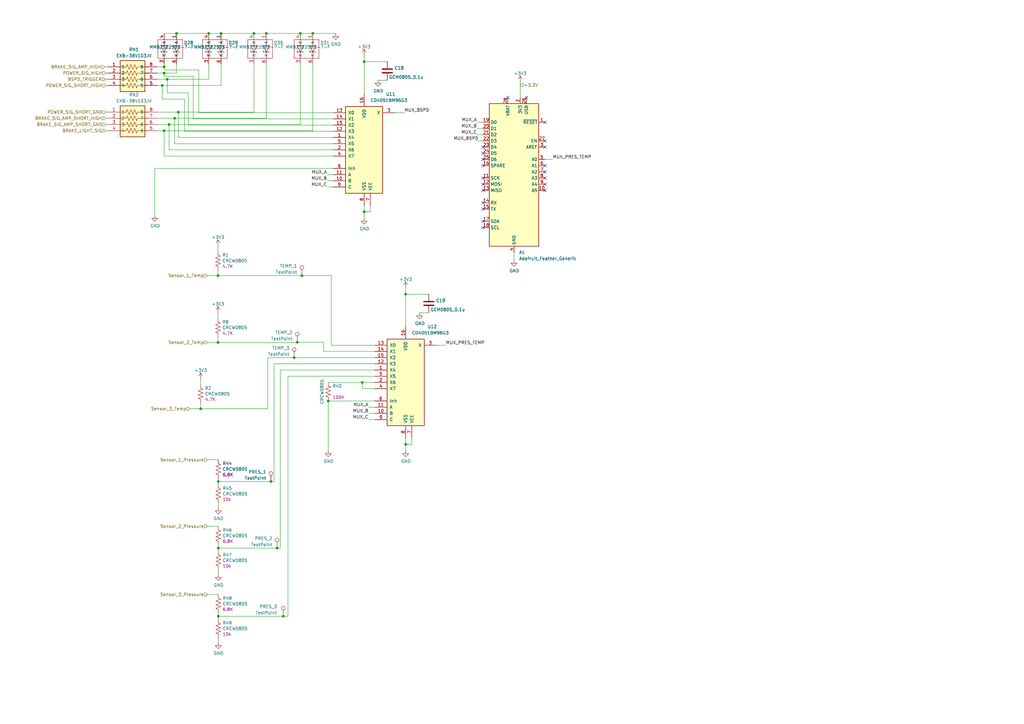
<source format=kicad_sch>
(kicad_sch (version 20231120) (generator "eeschema") (generator_version "8.0")
  (paper "A3")
  (lib_symbols
    (symbol "Connector:TestPoint" (pin_numbers hide) (pin_names (offset 0.762) hide)
      (property "Reference" "TP" (at 0 6.858 0))
      (property "Value" "TestPoint" (at 0 5.08 0))
      (symbol "TestPoint_0_1"
        (circle (center 0 3.302) (radius 0.762))
      )
      (symbol "TestPoint_1_1"
        (pin passive line (at 0 0 90) (length 2.54) (name "1") (number "1"))
      )
    )
    (symbol "GCM0805_0.1u_1" (pin_numbers hide) (pin_names (offset 0.254))
      (property "Reference" "C" (at 0.635 2.54 0))
      (property "Value" "GCM0805_0.1u_1" (at 0.635 -2.54 0))
      (symbol "GCM0805_0.1u_1_0_1"
        (polyline (pts (xy -2.032 -0.762) (xy 2.032 -0.762)) (stroke (width 0.508)))
        (polyline (pts (xy -2.032 0.762) (xy 2.032 0.762)) (stroke (width 0.508)))
      )
      (symbol "GCM0805_0.1u_1_1_1"
        (pin passive line (at 0 3.81 270) (length 2.794) (name "~") (number "1"))
        (pin passive line (at 0 -3.81 90) (length 2.794) (name "~") (number "2"))
      )
    )
    (symbol "MCU_Module:Adafruit_Feather_Generic"
      (property "Reference" "A" (at -10.16 29.21 0))
      (property "Value" "Adafruit_Feather_Generic" (at 2.54 -31.75 0))
      (symbol "Adafruit_Feather_Generic_0_1"
        (rectangle (start -10.16 27.94) (end 10.16 -30.48) (stroke (width 0.254)) (fill (type background)))
      )
      (symbol "Adafruit_Feather_Generic_1_1"
        (pin input line (at 12.7 20.32 180) (length 2.54) (name "~{RESET}") (number "1"))
        (pin bidirectional line (at 12.7 -7.62 180) (length 2.54) (name "A5") (number "10"))
        (pin bidirectional line (at -12.7 -2.54 0) (length 2.54) (name "SCK") (number "11"))
        (pin bidirectional line (at -12.7 -5.08 0) (length 2.54) (name "MOSI") (number "12"))
        (pin bidirectional line (at -12.7 -7.62 0) (length 2.54) (name "MISO") (number "13"))
        (pin bidirectional line (at -12.7 -12.7 0) (length 2.54) (name "RX") (number "14"))
        (pin bidirectional line (at -12.7 -15.24 0) (length 2.54) (name "TX") (number "15"))
        (pin bidirectional line (at -12.7 2.54 0) (length 2.54) (name "SPARE") (number "16"))
        (pin bidirectional line (at -12.7 -20.32 0) (length 2.54) (name "SDA") (number "17"))
        (pin bidirectional line (at -12.7 -22.86 0) (length 2.54) (name "SCL") (number "18"))
        (pin bidirectional line (at -12.7 20.32 0) (length 2.54) (name "D0") (number "19"))
        (pin power_in line (at 2.54 30.48 270) (length 2.54) (name "3V3") (number "2"))
        (pin bidirectional line (at -12.7 17.78 0) (length 2.54) (name "D1") (number "20"))
        (pin bidirectional line (at -12.7 15.24 0) (length 2.54) (name "D2") (number "21"))
        (pin bidirectional line (at -12.7 12.7 0) (length 2.54) (name "D3") (number "22"))
        (pin bidirectional line (at -12.7 10.16 0) (length 2.54) (name "D4") (number "23"))
        (pin bidirectional line (at -12.7 7.62 0) (length 2.54) (name "D5") (number "24"))
        (pin bidirectional line (at -12.7 5.08 0) (length 2.54) (name "D6") (number "25"))
        (pin power_in line (at 5.08 30.48 270) (length 2.54) (name "USB") (number "26"))
        (pin input line (at 12.7 12.7 180) (length 2.54) (name "EN") (number "27"))
        (pin power_in line (at -2.54 30.48 270) (length 2.54) (name "VBAT") (number "28"))
        (pin input line (at 12.7 10.16 180) (length 2.54) (name "AREF") (number "3"))
        (pin power_in line (at 0 -33.02 90) (length 2.54) (name "GND") (number "4"))
        (pin bidirectional line (at 12.7 5.08 180) (length 2.54) (name "A0") (number "5"))
        (pin bidirectional line (at 12.7 2.54 180) (length 2.54) (name "A1") (number "6"))
        (pin bidirectional line (at 12.7 0 180) (length 2.54) (name "A2") (number "7"))
        (pin bidirectional line (at 12.7 -2.54 180) (length 2.54) (name "A3") (number "8"))
        (pin bidirectional line (at 12.7 -5.08 180) (length 2.54) (name "A4") (number "9"))
      )
    )
    (symbol "Safety-Circuit-rescue:CD4051BM96G3-UniSA_Motorsport_Logic" (pin_names (offset 1.016))
      (property "Reference" "U" (at -7.62 19.05 0))
      (property "Value" "CD4051BM96G3-UniSA_Motorsport_Logic" (at -7.62 -19.05 0))
      (symbol "CD4051BM96G3-UniSA_Motorsport_Logic_1_0"
        (pin passive line (at -12.7 5.08 0) (length 5.08) (name "X4") (number "1"))
        (pin input line (at -12.7 -12.7 0) (length 5.08) (name "B") (number "10"))
        (pin input line (at -12.7 -10.16 0) (length 5.08) (name "A") (number "11"))
        (pin passive line (at -12.7 7.62 0) (length 5.08) (name "X3") (number "12"))
        (pin passive line (at -12.7 15.24 0) (length 5.08) (name "X0") (number "13"))
        (pin passive line (at -12.7 12.7 0) (length 5.08) (name "X1") (number "14"))
        (pin passive line (at -12.7 10.16 0) (length 5.08) (name "X2") (number "15"))
        (pin power_in line (at 0 22.86 270) (length 5.08) (name "VDD") (number "16"))
        (pin passive line (at -12.7 0 0) (length 5.08) (name "X6") (number "2"))
        (pin passive line (at 12.7 15.24 180) (length 5.08) (name "X") (number "3"))
        (pin passive line (at -12.7 -2.54 0) (length 5.08) (name "X7") (number "4"))
        (pin passive line (at -12.7 2.54 0) (length 5.08) (name "X5") (number "5"))
        (pin input line (at -12.7 -7.62 0) (length 5.08) (name "Inh") (number "6"))
        (pin power_in line (at 2.54 -22.86 90) (length 5.08) (name "VEE") (number "7"))
        (pin power_in line (at 0 -22.86 90) (length 5.08) (name "VSS") (number "8"))
        (pin input line (at -12.7 -15.24 0) (length 5.08) (name "C") (number "9"))
      )
      (symbol "CD4051BM96G3-UniSA_Motorsport_Logic_1_1"
        (rectangle (start -7.62 17.78) (end 7.62 -17.78) (stroke (width 0.254)) (fill (type background)))
      )
    )
    (symbol "UniSA_Motorsport_Diode:MMBZ5225BS-7-F"
      (property "Reference" "D" (at 0 6.35 0))
      (property "Value" "MMBZ5225BS-7-F" (at 0.762 8.382 0))
      (symbol "MMBZ5225BS-7-F_0_1"
        (rectangle (start -3.81 5.08) (end 3.81 -5.08))
        (polyline (pts (xy -3.81 -2.54) (xy -1.27 -2.54)))
        (polyline (pts (xy -1.27 2.54) (xy -3.81 2.54)))
        (polyline (pts (xy 1.27 -2.54) (xy 3.81 -2.54)))
        (polyline (pts (xy 3.81 2.54) (xy 1.27 2.54)))
        (polyline (pts (xy -1.27 -3.81) (xy -1.27 -1.27) (xy -0.762 -1.27)) (stroke (width 0.2032)))
        (polyline (pts (xy -1.27 1.27) (xy -1.27 3.81) (xy -0.762 3.81)) (stroke (width 0.2032)))
        (polyline (pts (xy 1.27 -3.81) (xy 1.27 -1.27) (xy -1.27 -2.54) (xy 1.27 -3.81)) (stroke (width 0.2032)))
        (polyline (pts (xy 1.27 1.27) (xy 1.27 3.81) (xy -1.27 2.54) (xy 1.27 1.27)) (stroke (width 0.2032)))
      )
      (symbol "MMBZ5225BS-7-F_1_1"
        (pin passive line (at 6.35 -2.54 180) (length 2.54) (name "A") (number "1"))
        (pin passive line (at -6.35 2.54 0) (length 2.54) (name "K") (number "3"))
        (pin passive line (at 6.35 2.54 180) (length 2.54) (name "A") (number "4"))
        (pin passive line (at -6.35 -2.54 0) (length 2.54) (name "K") (number "6"))
      )
    )
    (symbol "UniSA_Motorsport_Resistor:CRCW0805" (pin_numbers hide) (pin_names (offset 0))
      (property "Reference" "R" (at 2.54 0 90))
      (property "Value" "CRCW0805" (at -2.54 0 90))
      (property "Resistance" "Give a E24 value" (at 5.08 0 90))
      (symbol "CRCW0805_0_1"
        (polyline (pts (xy 0 -2.286) (xy 0 -2.54)))
        (polyline (pts (xy 0 2.286) (xy 0 2.54)))
        (polyline (pts (xy 0 -0.762) (xy 1.016 -1.143) (xy 0 -1.524) (xy -1.016 -1.905) (xy 0 -2.286)))
        (polyline (pts (xy 0 0.762) (xy 1.016 0.381) (xy 0 0) (xy -1.016 -0.381) (xy 0 -0.762)))
        (polyline (pts (xy 0 2.286) (xy 1.016 1.905) (xy 0 1.524) (xy -1.016 1.143) (xy 0 0.762)))
      )
      (symbol "CRCW0805_1_1"
        (pin passive line (at 0 3.81 270) (length 1.27) (name "~") (number "1"))
        (pin passive line (at 0 -3.81 90) (length 1.27) (name "~") (number "2"))
      )
    )
    (symbol "UniSA_Motorsport_Resistor:EXB-38V103JV"
      (property "Reference" "RN" (at 7.62 11.43 0))
      (property "Value" "EXB-38V103JV" (at 7.62 8.89 0))
      (symbol "EXB-38V103JV_0_1"
        (polyline (pts (xy -3.81 -3.81) (xy -1.27 -3.81)))
        (polyline (pts (xy -3.81 -1.27) (xy -1.27 -1.27)))
        (polyline (pts (xy -3.81 1.27) (xy -1.27 1.27)))
        (polyline (pts (xy -3.81 3.81) (xy -1.27 3.81)))
        (polyline (pts (xy -1.27 3.81) (xy -1.524 3.81)))
        (polyline (pts (xy 3.302 -3.81) (xy 3.556 -3.81)))
        (polyline (pts (xy 3.302 -1.27) (xy 3.556 -1.27)))
        (polyline (pts (xy 3.302 1.27) (xy 3.556 1.27)))
        (polyline (pts (xy 3.302 3.81) (xy 3.556 3.81)))
        (polyline (pts (xy 3.81 3.81) (xy 7.62 3.81)))
        (polyline (pts (xy 7.62 -3.81) (xy 3.81 -3.81)))
        (polyline (pts (xy 7.62 -1.27) (xy 3.81 -1.27)))
        (polyline (pts (xy 7.62 1.27) (xy 3.81 1.27)))
        (polyline (pts (xy -1.27 -3.81) (xy -0.889 -2.794) (xy -0.508 -3.81) (xy -0.127 -4.826) (xy 0.254 -3.81)))
        (polyline (pts (xy -1.27 -1.27) (xy -0.889 -0.254) (xy -0.508 -1.27) (xy -0.127 -2.286) (xy 0.254 -1.27)))
        (polyline (pts (xy -1.27 1.27) (xy -0.889 2.286) (xy -0.508 1.27) (xy -0.127 0.254) (xy 0.254 1.27)))
        (polyline (pts (xy -1.27 3.81) (xy -0.889 4.826) (xy -0.508 3.81) (xy -0.127 2.794) (xy 0.254 3.81)))
        (polyline (pts (xy 0.254 -3.81) (xy 0.635 -2.794) (xy 1.016 -3.81) (xy 1.397 -4.826) (xy 1.778 -3.81)))
        (polyline (pts (xy 0.254 -1.27) (xy 0.635 -0.254) (xy 1.016 -1.27) (xy 1.397 -2.286) (xy 1.778 -1.27)))
        (polyline (pts (xy 0.254 1.27) (xy 0.635 2.286) (xy 1.016 1.27) (xy 1.397 0.254) (xy 1.778 1.27)))
        (polyline (pts (xy 0.254 3.81) (xy 0.635 4.826) (xy 1.016 3.81) (xy 1.397 2.794) (xy 1.778 3.81)))
        (polyline (pts (xy 1.778 -3.81) (xy 2.159 -2.794) (xy 2.54 -3.81) (xy 2.921 -4.826) (xy 3.302 -3.81)))
        (polyline (pts (xy 1.778 -1.27) (xy 2.159 -0.254) (xy 2.54 -1.27) (xy 2.921 -2.286) (xy 3.302 -1.27)))
        (polyline (pts (xy 1.778 1.27) (xy 2.159 2.286) (xy 2.54 1.27) (xy 2.921 0.254) (xy 3.302 1.27)))
        (polyline (pts (xy 1.778 3.81) (xy 2.159 4.826) (xy 2.54 3.81) (xy 2.921 2.794) (xy 3.302 3.81)))
      )
      (symbol "EXB-38V103JV_1_1"
        (rectangle (start -3.81 6.35) (end 6.35 -6.35) (stroke (width 0.254)) (fill (type background)))
        (pin passive line (at -8.89 3.81 0) (length 5.08) (name "1") (number "1"))
        (pin passive line (at -8.89 1.27 0) (length 5.08) (name "2") (number "2"))
        (pin passive line (at -8.89 -1.27 0) (length 5.08) (name "3") (number "3"))
        (pin passive line (at -8.89 -3.81 0) (length 5.08) (name "4") (number "4"))
        (pin passive line (at 11.43 -3.81 180) (length 5.08) (name "5") (number "5"))
        (pin passive line (at 11.43 -1.27 180) (length 5.08) (name "6") (number "6"))
        (pin passive line (at 11.43 1.27 180) (length 5.08) (name "7") (number "7"))
        (pin passive line (at 11.43 3.81 180) (length 5.08) (name "8") (number "8"))
      )
    )
    (symbol "power:+3.3V" (power) (pin_names (offset 0))
      (property "Value" "+3.3V" (at 0 3.556 0))
      (symbol "+3.3V_0_1"
        (polyline (pts (xy -0.762 1.27) (xy 0 2.54)))
        (polyline (pts (xy 0 0) (xy 0 2.54)))
        (polyline (pts (xy 0 2.54) (xy 0.762 1.27)))
      )
      (symbol "+3.3V_1_1"
        (pin power_in line (at 0 0 90) (length 0) hide (name "+3V3") (number "1"))
      )
    )
    (symbol "power:GND" (power) (pin_names (offset 0))
      (property "Value" "GND" (at 0 -3.81 0))
      (symbol "GND_0_1"
        (polyline (pts (xy 0 0) (xy 0 -1.27) (xy 1.27 -1.27) (xy 0 -2.54) (xy -1.27 -1.27) (xy 0 -1.27)))
      )
      (symbol "GND_1_1"
        (pin power_in line (at 0 0 270) (length 0) hide (name "GND") (number "1"))
      )
    )
  )
  (junction (at 128.27 13.716))
  (junction (at 66.548 35.052))
  (junction (at 113.665 224.79))
  (junction (at 67.31 29.972))
  (junction (at 89.408 140.462))
  (junction (at 71.628 48.514))
  (junction (at 148.59 156.845))
  (junction (at 85.598 13.716))
  (junction (at 73.152 45.974))
  (junction (at 89.408 113.03))
  (junction (at 116.205 252.73))
  (junction (at 90.678 13.716))
  (junction (at 123.19 13.716))
  (junction (at 123.825 113.03))
  (junction (at 67.31 53.594))
  (junction (at 149.352 25.273))
  (junction (at 149.352 86.868))
  (junction (at 69.342 51.054))
  (junction (at 109.22 13.716))
  (junction (at 121.92 140.335))
  (junction (at 89.535 224.79))
  (junction (at 120.65 146.685))
  (junction (at 104.14 13.716))
  (junction (at 67.31 27.432))
  (junction (at 134.62 164.465))
  (junction (at 89.535 252.73))
  (junction (at 166.37 182.245))
  (junction (at 82.296 167.64))
  (junction (at 166.37 120.65))
  (junction (at 68.58 32.512))
  (junction (at 89.535 197.485))
  (junction (at 111.125 197.485))
  (junction (at 72.39 13.716))
  (no_connect (at 198.12 60.325))
  (no_connect (at 198.12 62.865))
  (no_connect (at 223.52 50.165))
  (no_connect (at 223.52 57.785))
  (no_connect (at 208.28 40.005))
  (no_connect (at 198.12 73.025))
  (no_connect (at 198.12 90.805))
  (no_connect (at 223.52 73.025))
  (no_connect (at 198.12 65.405))
  (no_connect (at 223.52 60.325))
  (no_connect (at 223.52 78.105))
  (no_connect (at 198.12 93.345))
  (no_connect (at 198.12 75.565))
  (no_connect (at 223.52 70.485))
  (no_connect (at 198.12 67.945))
  (no_connect (at 198.12 85.725))
  (no_connect (at 223.52 75.565))
  (no_connect (at 198.12 78.105))
  (no_connect (at 223.52 67.945))
  (no_connect (at 198.12 83.185))
  (no_connect (at 215.9 40.005))
  (wire (pts (xy 113.665 224.79) (xy 89.535 224.79)))
  (wire (pts (xy 195.58 52.705) (xy 198.12 52.705)))
  (wire (pts (xy 109.855 146.685) (xy 109.855 167.64)))
  (wire (pts (xy 43.434 53.594) (xy 44.196 53.594)))
  (wire (pts (xy 136.652 64.008) (xy 67.31 64.008)))
  (wire (pts (xy 77.216 38.1) (xy 68.58 38.1)))
  (wire (pts (xy 136.652 61.468) (xy 69.342 61.468)))
  (wire (pts (xy 213.36 33.655) (xy 213.36 40.005)))
  (wire (pts (xy 89.535 251.46) (xy 89.535 252.73)))
  (wire (pts (xy 151.13 172.085) (xy 153.67 172.085)))
  (wire (pts (xy 195.58 50.165) (xy 198.12 50.165)))
  (wire (pts (xy 75.692 53.848) (xy 75.692 40.64)))
  (wire (pts (xy 75.692 40.64) (xy 66.548 40.64)))
  (wire (pts (xy 89.408 138.176) (xy 89.408 140.462)))
  (wire (pts (xy 69.342 51.054) (xy 123.19 51.054)))
  (wire (pts (xy 81.534 28.702) (xy 67.31 28.702)))
  (wire (pts (xy 89.535 224.79) (xy 89.535 226.06)))
  (wire (pts (xy 77.978 167.64) (xy 82.296 167.64)))
  (wire (pts (xy 67.31 53.594) (xy 128.27 53.594)))
  (wire (pts (xy 151.13 167.005) (xy 153.67 167.005)))
  (wire (pts (xy 166.37 118.11) (xy 166.37 120.65)))
  (wire (pts (xy 166.37 120.65) (xy 166.37 133.985)))
  (wire (pts (xy 136.652 51.308) (xy 77.216 51.308)))
  (wire (pts (xy 132.715 144.145) (xy 153.67 144.145)))
  (wire (pts (xy 79.248 48.768) (xy 79.248 31.242)))
  (wire (pts (xy 149.352 86.868) (xy 149.352 89.408)))
  (wire (pts (xy 166.37 179.705) (xy 166.37 182.245)))
  (wire (pts (xy 134.112 76.708) (xy 136.652 76.708)))
  (wire (pts (xy 155.067 32.893) (xy 158.877 32.893)))
  (wire (pts (xy 135.89 113.03) (xy 123.825 113.03)))
  (wire (pts (xy 89.535 196.215) (xy 89.535 197.485)))
  (wire (pts (xy 136.652 48.768) (xy 79.248 48.768)))
  (wire (pts (xy 43.434 29.972) (xy 44.196 29.972)))
  (wire (pts (xy 69.342 61.468) (xy 69.342 51.054)))
  (wire (pts (xy 153.67 141.605) (xy 135.89 141.605)))
  (wire (pts (xy 104.14 13.716) (xy 109.22 13.716)))
  (wire (pts (xy 89.408 110.744) (xy 89.408 113.03)))
  (wire (pts (xy 67.31 64.008) (xy 67.31 53.594)))
  (wire (pts (xy 149.352 22.733) (xy 149.352 25.273)))
  (wire (pts (xy 77.216 51.308) (xy 77.216 38.1)))
  (wire (pts (xy 64.516 29.972) (xy 67.31 29.972)))
  (wire (pts (xy 153.67 154.305) (xy 118.11 154.305)))
  (wire (pts (xy 43.434 48.514) (xy 44.196 48.514)))
  (wire (pts (xy 85.598 13.716) (xy 90.678 13.716)))
  (wire (pts (xy 136.652 46.228) (xy 81.534 46.228)))
  (wire (pts (xy 66.548 35.052) (xy 90.678 35.052)))
  (wire (pts (xy 64.516 35.052) (xy 66.548 35.052)))
  (wire (pts (xy 134.112 71.628) (xy 136.652 71.628)))
  (wire (pts (xy 109.22 48.514) (xy 109.22 26.416)))
  (wire (pts (xy 134.62 164.465) (xy 134.62 184.785)))
  (wire (pts (xy 104.14 45.974) (xy 104.14 26.416)))
  (wire (pts (xy 81.534 46.228) (xy 81.534 28.702)))
  (wire (pts (xy 149.352 84.328) (xy 149.352 86.868)))
  (wire (pts (xy 151.892 86.868) (xy 149.352 86.868)))
  (wire (pts (xy 71.628 58.928) (xy 71.628 48.514)))
  (wire (pts (xy 68.58 38.1) (xy 68.58 32.512)))
  (wire (pts (xy 210.82 103.505) (xy 210.82 106.68)))
  (wire (pts (xy 151.13 169.545) (xy 153.67 169.545)))
  (wire (pts (xy 121.793 140.462) (xy 121.793 140.335)))
  (wire (pts (xy 166.37 120.65) (xy 175.895 120.65)))
  (wire (pts (xy 82.296 165.354) (xy 82.296 167.64)))
  (wire (pts (xy 89.408 100.838) (xy 89.408 103.124)))
  (wire (pts (xy 89.535 223.52) (xy 89.535 224.79)))
  (wire (pts (xy 153.67 149.225) (xy 112.395 149.225)))
  (wire (pts (xy 67.31 31.242) (xy 67.31 29.972)))
  (wire (pts (xy 64.516 32.512) (xy 68.58 32.512)))
  (wire (pts (xy 166.37 182.245) (xy 166.37 184.785)))
  (wire (pts (xy 85.598 32.512) (xy 85.598 26.416)))
  (wire (pts (xy 128.27 53.594) (xy 128.27 26.416)))
  (wire (pts (xy 123.19 13.716) (xy 128.27 13.716)))
  (wire (pts (xy 153.67 164.465) (xy 134.62 164.465)))
  (wire (pts (xy 64.516 45.974) (xy 73.152 45.974)))
  (wire (pts (xy 63.5 69.088) (xy 136.652 69.088)))
  (wire (pts (xy 111.125 197.485) (xy 89.535 197.485)))
  (wire (pts (xy 68.58 32.512) (xy 85.598 32.512)))
  (wire (pts (xy 72.39 13.716) (xy 85.598 13.716)))
  (wire (pts (xy 85.09 113.03) (xy 89.408 113.03)))
  (wire (pts (xy 89.408 140.462) (xy 121.793 140.462)))
  (wire (pts (xy 82.296 167.64) (xy 109.855 167.64)))
  (wire (pts (xy 168.91 179.705) (xy 168.91 182.245)))
  (wire (pts (xy 112.395 197.485) (xy 111.125 197.485)))
  (wire (pts (xy 85.09 243.84) (xy 89.535 243.84)))
  (wire (pts (xy 89.535 261.62) (xy 89.535 263.525)))
  (wire (pts (xy 79.248 31.242) (xy 67.31 31.242)))
  (wire (pts (xy 64.516 48.514) (xy 71.628 48.514)))
  (wire (pts (xy 136.652 58.928) (xy 71.628 58.928)))
  (wire (pts (xy 89.408 128.27) (xy 89.408 130.556)))
  (wire (pts (xy 179.07 141.605) (xy 182.88 141.605)))
  (wire (pts (xy 64.516 27.432) (xy 67.31 27.432)))
  (wire (pts (xy 134.112 74.168) (xy 136.652 74.168)))
  (wire (pts (xy 172.085 128.27) (xy 175.895 128.27)))
  (wire (pts (xy 120.65 146.685) (xy 109.855 146.685)))
  (wire (pts (xy 67.31 13.716) (xy 72.39 13.716)))
  (wire (pts (xy 195.58 55.245) (xy 198.12 55.245)))
  (wire (pts (xy 136.652 56.388) (xy 73.152 56.388)))
  (wire (pts (xy 64.516 53.594) (xy 67.31 53.594)))
  (wire (pts (xy 71.628 48.514) (xy 109.22 48.514)))
  (wire (pts (xy 63.5 69.088) (xy 63.5 88.265)))
  (wire (pts (xy 118.11 154.305) (xy 118.11 252.73)))
  (wire (pts (xy 43.434 51.054) (xy 44.196 51.054)))
  (wire (pts (xy 67.31 29.972) (xy 72.39 29.972)))
  (wire (pts (xy 43.434 35.052) (xy 44.196 35.052)))
  (wire (pts (xy 89.535 233.68) (xy 89.535 235.585)))
  (wire (pts (xy 73.152 45.974) (xy 104.14 45.974)))
  (wire (pts (xy 149.352 25.273) (xy 158.877 25.273)))
  (wire (pts (xy 112.395 149.225) (xy 112.395 197.485)))
  (wire (pts (xy 43.18 32.512) (xy 44.196 32.512)))
  (wire (pts (xy 153.67 151.765) (xy 114.935 151.765)))
  (wire (pts (xy 85.09 140.462) (xy 89.408 140.462)))
  (wire (pts (xy 121.793 140.335) (xy 121.92 140.335)))
  (wire (pts (xy 89.535 252.73) (xy 89.535 254)))
  (wire (pts (xy 82.296 155.448) (xy 82.296 157.734)))
  (wire (pts (xy 89.535 206.375) (xy 89.535 208.28)))
  (wire (pts (xy 114.935 224.79) (xy 113.665 224.79)))
  (wire (pts (xy 118.11 252.73) (xy 116.205 252.73)))
  (wire (pts (xy 135.89 141.605) (xy 135.89 113.03)))
  (wire (pts (xy 116.205 252.73) (xy 89.535 252.73)))
  (wire (pts (xy 128.27 13.716) (xy 137.668 13.716)))
  (wire (pts (xy 123.19 51.054) (xy 123.19 26.416)))
  (wire (pts (xy 90.678 35.052) (xy 90.678 26.416)))
  (wire (pts (xy 121.92 140.335) (xy 132.715 140.335)))
  (wire (pts (xy 223.52 65.405) (xy 226.695 65.405)))
  (wire (pts (xy 73.152 56.388) (xy 73.152 45.974)))
  (wire (pts (xy 89.408 113.03) (xy 123.825 113.03)))
  (wire (pts (xy 148.59 156.845) (xy 153.67 156.845)))
  (wire (pts (xy 151.892 84.328) (xy 151.892 86.868)))
  (wire (pts (xy 153.67 159.385) (xy 148.59 159.385)))
  (wire (pts (xy 72.39 26.416) (xy 72.39 29.972)))
  (wire (pts (xy 85.09 215.9) (xy 89.535 215.9)))
  (wire (pts (xy 109.22 13.716) (xy 123.19 13.716)))
  (wire (pts (xy 153.67 146.685) (xy 120.65 146.685)))
  (wire (pts (xy 85.09 188.595) (xy 89.535 188.595)))
  (wire (pts (xy 42.926 27.432) (xy 44.196 27.432)))
  (wire (pts (xy 67.31 28.702) (xy 67.31 27.432)))
  (wire (pts (xy 64.516 51.054) (xy 69.342 51.054)))
  (wire (pts (xy 148.59 159.385) (xy 148.59 156.845)))
  (wire (pts (xy 132.715 140.335) (xy 132.715 144.145)))
  (wire (pts (xy 90.678 13.716) (xy 104.14 13.716)))
  (wire (pts (xy 195.58 57.785) (xy 198.12 57.785)))
  (wire (pts (xy 89.535 197.485) (xy 89.535 198.755)))
  (wire (pts (xy 43.434 45.974) (xy 44.196 45.974)))
  (wire (pts (xy 67.31 27.432) (xy 67.31 26.416)))
  (wire (pts (xy 168.91 182.245) (xy 166.37 182.245)))
  (wire (pts (xy 136.652 53.848) (xy 75.692 53.848)))
  (wire (pts (xy 134.62 156.845) (xy 148.59 156.845)))
  (wire (pts (xy 114.935 151.765) (xy 114.935 224.79)))
  (wire (pts (xy 162.052 46.228) (xy 165.862 46.228)))
  (wire (pts (xy 66.548 40.64) (xy 66.548 35.052)))
  (wire (pts (xy 149.352 25.273) (xy 149.352 38.608)))
  (label "MUX_A" (at 151.13 167.005 180))
  (label "MUX_BSPD" (at 165.862 46.228 0))
  (label "MUX_A" (at 195.58 50.165 180))
  (label "MUX_B" (at 134.112 74.168 180))
  (label "MUX_BSPD" (at 196.215 57.785 180))
  (label "MUX_PRES_TEMP" (at 182.88 141.605 0))
  (label "MUX_PRES_TEMP" (at 226.695 65.405 0))
  (label "MUX_C" (at 134.112 76.708 180))
  (label "MUX_C" (at 151.13 172.085 180))
  (label "MUX_B" (at 195.58 52.705 180))
  (label "MUX_A" (at 134.112 71.628 180))
  (label "MUX_C" (at 195.58 55.245 180))
  (label "MUX_B" (at 151.13 169.545 180))
  (hierarchical_label "POWER_SIG_SHORT_GND" (shape input) (at 43.434 45.974 180))
  (hierarchical_label "Sensor_2_Temp" (shape input) (at 85.09 140.462 180))
  (hierarchical_label "POWER_SIG_HIGH" (shape input) (at 43.434 29.972 180))
  (hierarchical_label "BRAKE_LIGHT_SIG" (shape input) (at 43.434 53.594 180))
  (hierarchical_label "BSPD_TRIGGER" (shape input) (at 43.18 32.512 180))
  (hierarchical_label "Sensor_3_Temp" (shape input) (at 77.978 167.64 180))
  (hierarchical_label "POWER_SIG_SHORT_HIGH" (shape input) (at 43.434 35.052 180))
  (hierarchical_label "+3.3V" (shape input) (at 213.36 34.925 0))
  (hierarchical_label "Sensor_1_Temp" (shape input) (at 85.09 113.03 180))
  (hierarchical_label "Sensor_1_Pressure" (shape input) (at 85.09 188.595 180))
  (hierarchical_label "Sensor_2_Pressure" (shape input) (at 85.09 215.9 180))
  (hierarchical_label "BRAKE_SIG_AMP_HIGH" (shape input) (at 42.926 27.432 180))
  (hierarchical_label "BRAKE_SIG_AMP_SHORT_GND" (shape input) (at 43.434 51.054 180))
  (hierarchical_label "Sensor_3_Pressure" (shape input) (at 85.09 243.84 180))
  (hierarchical_label "BRAKE_SIG_AMP_SHORT_HIGH" (shape input) (at 43.434 48.514 180))
  (symbol (lib_name "GCM0805_0.1u_1") (lib_id "UniSA_Motorsport_Capacitor:GCM0805_0.1u") (at 158.877 29.083 0) (unit 1)
    (property "Reference" "C18" (at 161.798 27.9146 0) (effects (justify left)))
    (property "Value" "GCM0805_0.1u" (at 159.512 31.623 0) (effects (justify left)))
    (property "Footprint" "UniSA_Motorsport_Capacitor:0805" (effects (hide yes)))
    (property "Datasheet" "https://au.mouser.com/datasheet/2/281/murata_03122018_GCM_Series-1310150.pdf" (effects (hide yes)))
    (property "Voltage Rating" "16V" (effects (hide yes)))
    (instances (project "power_and_monotoring" (path "" (reference "C18") (unit 1))) (project "Safety Circuit" (path "" (reference "C34") (unit 1))))
  )
  (symbol (lib_id "power:+3.3V") (at 82.296 155.448 0) (unit 1)
    (property "Reference" "#PWR05" (effects (hide yes)))
    (property "Value" "+3V3" (at 82.296 151.8722 0))
  )
  (symbol (lib_id "power:GND") (at 155.067 32.893 0) (unit 1)
    (property "Reference" "#PWR099" (effects (hide yes)))
    (property "Value" "GND" (at 155.194 37.2872 0))
    (instances (project "power_and_monotoring" (path "" (reference "#PWR099") (unit 1))) (project "BSPD" (path "" (reference "#PWR031") (unit 1))))
  )
  (symbol (lib_id "Safety-Circuit-rescue:CD4051BM96G3-UniSA_Motorsport_Logic") (at 166.37 156.845 0) (unit 1)
    (property "Reference" "U12" (at 175.26 133.985 0) (effects (justify left)))
    (property "Value" "CD4051BM96G3" (at 168.91 136.525 0) (effects (justify left)))
    (property "Footprint" "UniSA_Motorsport_SO:SOIC-16" (effects (hide yes)))
    (property "Datasheet" "http://www.ti.com/lit/ds/symlink/cd4051b.pdf?ts=1588338734665" (effects (hide yes)))
    (instances (project "power_and_monotoring" (path "" (reference "U12") (unit 1))) (project "Safety Circuit" (path "" (reference "U14") (unit 1))))
  )
  (symbol (lib_id "Connector:TestPoint") (at 116.205 252.73 0) (unit 1)
    (property "Reference" "PRES_3" (at 113.665 248.793 0) (effects (justify right)))
    (property "Value" "TestPoint" (at 113.665 251.333 0) (effects (justify right)))
    (property "Footprint" "TestPoint:TestPoint_Pad_D2.0mm" (effects (hide yes)))
    (instances (project "power_and_monotoring" (path "" (reference "PRES_3") (unit 1))) (project "FeatherBoard" (path "" (reference "TP1") (unit 1))))
  )
  (symbol (lib_id "power:+3.3V") (at 149.352 22.733 0) (unit 1)
    (property "Reference" "#PWR097" (effects (hide yes)))
    (property "Value" "+3V3" (at 149.352 19.1572 0))
    (instances (project "power_and_monotoring" (path "" (reference "#PWR097") (unit 1))) (project "FeatherBoard" (path "" (reference "#PWR0107") (unit 1))))
  )
  (symbol (lib_id "MCU_Module:Adafruit_Feather_Generic") (at 210.82 70.485 0) (unit 1)
    (property "Reference" "A1" (at 212.8394 103.505 0) (effects (justify left)))
    (property "Value" "Adafruit_Feather_Generic" (at 212.8394 106.045 0) (effects (justify left)))
    (property "Footprint" "Module:Adafruit_Feather_WithMountingHoles" (effects (hide yes)))
    (property "Datasheet" "https://cdn-learn.adafruit.com/downloads/pdf/adafruit-feather.pdf" (effects (hide yes)))
    (instances (project "power_and_monotoring" (path "" (reference "A1") (unit 1))) (project "BSPD" (path "" (reference "A1") (unit 1))) (project "Safety Circuit" (path "" (reference "A2") (unit 1))))
  )
  (symbol (lib_id "UniSA_Motorsport_Resistor:EXB-38V103JV") (at 53.086 49.784 0) (unit 1)
    (property "Reference" "RN2" (at 54.9275 38.862 0))
    (property "Value" "EXB-38V103JV" (at 54.9275 41.402 0))
    (property "Footprint" "UniSA_Motorsport_Resistor:EXB38V472JV" (effects (hide yes)))
    (property "Datasheet" "https://au.mouser.com/ProductDetail/Panasonic/EXB-38V103JV?qs=oE3VwAv%2FYtnOsZVOhwKIUA%3D%3D&utm_source=octopart&utm_medium=aggregator&utm_campaign=667-EXB-38V103JV&utm_content=Panasonic" (effects (hide yes)))
    (property "Description" "10K OHM, 4 array 5%" (effects (hide yes)))
    (property "Height" "0" (effects (hide yes)))
    (property "Mouser Part Number" "667-EXB-38V103JV" (effects (hide yes)))
    (property "Mouser Price/Stock" "https://www.mouser.co.uk/ProductDetail/Panasonic/EXB-38V103JV?qs=oE3VwAv%2FYtnOsZVOhwKIUA%3D%3D" (effects (hide yes)))
    (property "Manufacturer_Name" "Panasonic" (effects (hide yes)))
    (property "Manufacturer_Part_Number" "EXB-38V103JV" (effects (hide yes)))
  )
  (symbol (lib_id "UniSA_Motorsport_Resistor:CRCW0805") (at 89.535 229.87 0) (unit 1)
    (property "Reference" "R47" (at 91.2622 227.5586 0) (effects (justify left)))
    (property "Value" "CRCW0805" (at 91.2622 229.87 0) (effects (justify left)))
    (property "Footprint" "UniSA_Motorsport_Resistor:0805" (effects (hide yes)))
    (property "Datasheet" "https://au.mouser.com/datasheet/2/427/dcrcwe3-1762152.pdf" (effects (hide yes)))
    (property "Resistance" "10k" (at 91.2622 232.1814 0) (effects (justify left)))
    (property "Voltage Rating" "150V" (effects (hide yes)))
    (property "Power Rating" "125mW" (effects (hide yes)))
    (property "E24 Values" "http://www.ohmslawcalculator.com/e24-resistor-sizes" (effects (hide yes)))
    (instances (project "power_and_monotoring" (path "" (reference "R47") (unit 1))) (project "BSPD" (path "" (reference "R6") (unit 1))))
  )
  (symbol (lib_id "Connector:TestPoint") (at 120.65 146.685 0) (unit 1)
    (property "Reference" "TEMP_3" (at 118.745 142.748 0) (effects (justify right)))
    (property "Value" "TestPoint" (at 118.745 145.288 0) (effects (justify right)))
    (property "Footprint" "TestPoint:TestPoint_Pad_D2.0mm" (effects (hide yes)))
    (instances (project "power_and_monotoring" (path "" (reference "TEMP_3") (unit 1))) (project "FeatherBoard" (path "" (reference "TP1") (unit 1))))
  )
  (symbol (lib_id "Safety-Circuit-rescue:CD4051BM96G3-UniSA_Motorsport_Logic") (at 149.352 61.468 0) (unit 1)
    (property "Reference" "U11" (at 158.242 38.608 0) (effects (justify left)))
    (property "Value" "CD4051BM96G3" (at 151.892 41.148 0) (effects (justify left)))
    (property "Footprint" "UniSA_Motorsport_SO:SOIC-16" (effects (hide yes)))
    (property "Datasheet" "http://www.ti.com/lit/ds/symlink/cd4051b.pdf?ts=1588338734665" (effects (hide yes)))
    (instances (project "power_and_monotoring" (path "" (reference "U11") (unit 1))) (project "Safety Circuit" (path "" (reference "U14") (unit 1))))
  )
  (symbol (lib_id "UniSA_Motorsport_Resistor:EXB-38V103JV") (at 53.086 31.242 0) (unit 1)
    (property "Reference" "RN1" (at 54.9275 20.32 0))
    (property "Value" "EXB-38V103JV" (at 54.9275 22.86 0))
    (property "Footprint" "UniSA_Motorsport_Resistor:EXB38V472JV" (effects (hide yes)))
    (property "Datasheet" "https://au.mouser.com/ProductDetail/Panasonic/EXB-38V103JV?qs=oE3VwAv%2FYtnOsZVOhwKIUA%3D%3D&utm_source=octopart&utm_medium=aggregator&utm_campaign=667-EXB-38V103JV&utm_content=Panasonic" (effects (hide yes)))
    (property "Description" "10K OHM, 4 array 5%" (effects (hide yes)))
    (property "Height" "0" (effects (hide yes)))
    (property "Mouser Part Number" "667-EXB-38V103JV" (effects (hide yes)))
    (property "Mouser Price/Stock" "https://www.mouser.co.uk/ProductDetail/Panasonic/EXB-38V103JV?qs=oE3VwAv%2FYtnOsZVOhwKIUA%3D%3D" (effects (hide yes)))
    (property "Manufacturer_Name" "Panasonic" (effects (hide yes)))
    (property "Manufacturer_Part_Number" "EXB-38V103JV" (effects (hide yes)))
  )
  (symbol (lib_id "UniSA_Motorsport_Diode:MMBZ5225BS-7-F") (at 69.85 20.066 90) (unit 1)
    (property "Reference" "D28" (at 75.438 17.526 90) (effects (justify right)))
    (property "Value" "MMBZ5225BS-7-F" (at 61.214 19.304 90) (effects (justify right)))
    (property "Footprint" "UniSA_Motorsport_SOT_TO:SOT-363" (effects (hide yes)))
    (property "Datasheet" "https://au.mouser.com/ProductDetail/Diodes-Incorporated/MMBZ5225BS-7-F?qs=zpnZCIghiExgl3Rwve6COw%3D%3D&utm_source=octopart&utm_medium=aggregator&utm_campaign=621-MMBZ5225BS-7-F&utm_content=Diodes%20Incorporated" (effects (hide yes)))
    (property "Description" "3.3 zener diodes array of 2" (effects (hide yes)))
  )
  (symbol (lib_id "UniSA_Motorsport_Resistor:CRCW0805") (at 89.535 247.65 0) (unit 1)
    (property "Reference" "R48" (at 91.2622 245.3386 0) (effects (justify left)))
    (property "Value" "CRCW0805" (at 91.2622 247.65 0) (effects (justify left)))
    (property "Footprint" "UniSA_Motorsport_Resistor:0805" (effects (hide yes)))
    (property "Datasheet" "https://au.mouser.com/datasheet/2/427/dcrcwe3-1762152.pdf" (effects (hide yes)))
    (property "Resistance" "6.8K" (at 91.2622 249.9614 0) (effects (justify left)))
    (property "Voltage Rating" "150V" (effects (hide yes)))
    (property "Power Rating" "125mW" (effects (hide yes)))
    (property "E24 Values" "http://www.ohmslawcalculator.com/e24-resistor-sizes" (effects (hide yes)))
    (instances (project "power_and_monotoring" (path "" (reference "R48") (unit 1))) (project "BSPD" (path "" (reference "R6") (unit 1))))
  )
  (symbol (lib_name "GCM0805_0.1u_1") (lib_id "UniSA_Motorsport_Capacitor:GCM0805_0.1u") (at 175.895 124.46 0) (unit 1)
    (property "Reference" "C19" (at 178.816 123.2916 0) (effects (justify left)))
    (property "Value" "GCM0805_0.1u" (at 176.53 127 0) (effects (justify left)))
    (property "Footprint" "UniSA_Motorsport_Capacitor:0805" (effects (hide yes)))
    (property "Datasheet" "https://au.mouser.com/datasheet/2/281/murata_03122018_GCM_Series-1310150.pdf" (effects (hide yes)))
    (property "Voltage Rating" "16V" (effects (hide yes)))
    (instances (project "power_and_monotoring" (path "" (reference "C19") (unit 1))) (project "Safety Circuit" (path "" (reference "C34") (unit 1))))
  )
  (symbol (lib_id "UniSA_Motorsport_Diode:MMBZ5225BS-7-F") (at 125.73 20.066 90) (unit 1)
    (property "Reference" "D31" (at 131.318 17.526 90) (effects (justify right)))
    (property "Value" "MMBZ5225BS-7-F" (at 117.094 19.304 90) (effects (justify right)))
    (property "Footprint" "UniSA_Motorsport_SOT_TO:SOT-363" (effects (hide yes)))
    (property "Datasheet" "https://au.mouser.com/ProductDetail/Diodes-Incorporated/MMBZ5225BS-7-F?qs=zpnZCIghiExgl3Rwve6COw%3D%3D&utm_source=octopart&utm_medium=aggregator&utm_campaign=621-MMBZ5225BS-7-F&utm_content=Diodes%20Incorporated" (effects (hide yes)))
    (property "Description" "3.3 zener diodes array of 2" (effects (hide yes)))
  )
  (symbol (lib_id "power:+3.3V") (at 166.37 118.11 0) (unit 1)
    (property "Reference" "#PWR096" (effects (hide yes)))
    (property "Value" "+3V3" (at 166.37 114.5342 0))
    (instances (project "power_and_monotoring" (path "" (reference "#PWR096") (unit 1))) (project "FeatherBoard" (path "" (reference "#PWR0107") (unit 1))))
  )
  (symbol (lib_id "UniSA_Motorsport_Resistor:CRCW0805") (at 89.408 106.934 0) (unit 1)
    (property "Reference" "R1" (at 91.1352 104.6226 0) (effects (justify left)))
    (property "Value" "CRCW0805" (at 91.1352 106.934 0) (effects (justify left)))
    (property "Footprint" "UniSA_Motorsport_Resistor:0805" (effects (hide yes)))
    (property "Datasheet" "https://au.mouser.com/datasheet/2/427/dcrcwe3-1762152.pdf" (effects (hide yes)))
    (property "Resistance" "4.7K" (at 91.1352 109.2454 0) (effects (justify left)))
    (property "Voltage Rating" "150V" (effects (hide yes)))
    (property "Power Rating" "125mW" (effects (hide yes)))
    (property "E24 Values" "http://www.ohmslawcalculator.com/e24-resistor-sizes" (effects (hide yes)))
  )
  (symbol (lib_id "power:GND") (at 89.535 263.525 0) (unit 1)
    (property "Reference" "#PWR08" (effects (hide yes)))
    (property "Value" "GND" (at 89.662 267.9192 0))
    (instances (project "power_and_monotoring" (path "" (reference "#PWR08") (unit 1))) (project "Safety Circuit" (path "" (reference "#PWR0130") (unit 1))))
  )
  (symbol (lib_id "Connector:TestPoint") (at 111.125 197.485 0) (unit 1)
    (property "Reference" "PRES_1" (at 109.22 193.548 0) (effects (justify right)))
    (property "Value" "TestPoint" (at 109.22 196.088 0) (effects (justify right)))
    (property "Footprint" "TestPoint:TestPoint_Pad_D2.0mm" (effects (hide yes)))
    (instances (project "power_and_monotoring" (path "" (reference "PRES_1") (unit 1))) (project "FeatherBoard" (path "" (reference "TP1") (unit 1))))
  )
  (symbol (lib_id "power:GND") (at 166.37 184.785 0) (unit 1)
    (property "Reference" "#PWR0101" (effects (hide yes)))
    (property "Value" "GND" (at 166.497 189.1792 0))
    (instances (project "power_and_monotoring" (path "" (reference "#PWR0101") (unit 1))) (project "Safety Circuit" (path "" (reference "#PWR0131") (unit 1))))
  )
  (symbol (lib_id "Connector:TestPoint") (at 113.665 224.79 0) (unit 1)
    (property "Reference" "PRES_2" (at 111.76 220.853 0) (effects (justify right)))
    (property "Value" "TestPoint" (at 111.76 223.393 0) (effects (justify right)))
    (property "Footprint" "TestPoint:TestPoint_Pad_D2.0mm" (effects (hide yes)))
    (instances (project "power_and_monotoring" (path "" (reference "PRES_2") (unit 1))) (project "FeatherBoard" (path "" (reference "TP1") (unit 1))))
  )
  (symbol (lib_id "power:GND") (at 137.668 13.716 0) (unit 1)
    (property "Reference" "#PWR025" (effects (hide yes)))
    (property "Value" "GND" (at 137.795 18.1102 0))
  )
  (symbol (lib_id "UniSA_Motorsport_Diode:MMBZ5225BS-7-F") (at 106.68 20.066 90) (unit 1)
    (property "Reference" "D30" (at 112.268 17.526 90) (effects (justify right)))
    (property "Value" "MMBZ5225BS-7-F" (at 98.044 19.304 90) (effects (justify right)))
    (property "Footprint" "UniSA_Motorsport_SOT_TO:SOT-363" (effects (hide yes)))
    (property "Datasheet" "https://au.mouser.com/ProductDetail/Diodes-Incorporated/MMBZ5225BS-7-F?qs=zpnZCIghiExgl3Rwve6COw%3D%3D&utm_source=octopart&utm_medium=aggregator&utm_campaign=621-MMBZ5225BS-7-F&utm_content=Diodes%20Incorporated" (effects (hide yes)))
    (property "Description" "3.3 zener diodes array of 2" (effects (hide yes)))
  )
  (symbol (lib_id "UniSA_Motorsport_Resistor:CRCW0805") (at 89.535 219.71 0) (unit 1)
    (property "Reference" "R46" (at 91.2622 217.3986 0) (effects (justify left)))
    (property "Value" "CRCW0805" (at 91.2622 219.71 0) (effects (justify left)))
    (property "Footprint" "UniSA_Motorsport_Resistor:0805" (effects (hide yes)))
    (property "Datasheet" "https://au.mouser.com/datasheet/2/427/dcrcwe3-1762152.pdf" (effects (hide yes)))
    (property "Resistance" "6.8K" (at 91.2622 222.0214 0) (effects (justify left)))
    (property "Voltage Rating" "150V" (effects (hide yes)))
    (property "Power Rating" "125mW" (effects (hide yes)))
    (property "E24 Values" "http://www.ohmslawcalculator.com/e24-resistor-sizes" (effects (hide yes)))
    (instances (project "power_and_monotoring" (path "" (reference "R46") (unit 1))) (project "BSPD" (path "" (reference "R6") (unit 1))))
  )
  (symbol (lib_id "Connector:TestPoint") (at 121.92 140.335 0) (unit 1)
    (property "Reference" "TEMP_2" (at 120.015 136.398 0) (effects (justify right)))
    (property "Value" "TestPoint" (at 120.015 138.938 0) (effects (justify right)))
    (property "Footprint" "TestPoint:TestPoint_Pad_D2.0mm" (effects (hide yes)))
    (instances (project "power_and_monotoring" (path "" (reference "TEMP_2") (unit 1))) (project "FeatherBoard" (path "" (reference "TP1") (unit 1))))
  )
  (symbol (lib_id "power:GND") (at 63.5 88.265 0) (unit 1)
    (property "Reference" "#PWR0103" (effects (hide yes)))
    (property "Value" "GND" (at 63.627 92.6592 0))
    (instances (project "power_and_monotoring" (path "" (reference "#PWR0103") (unit 1))) (project "Safety Circuit" (path "" (reference "#PWR0130") (unit 1))))
  )
  (symbol (lib_id "UniSA_Motorsport_Resistor:CRCW0805") (at 89.535 192.405 0) (unit 1)
    (property "Reference" "R44" (at 91.2622 190.0936 0) (effects (justify left)))
    (property "Value" "CRCW0805" (at 91.2622 192.405 0) (effects (justify left)))
    (property "Footprint" "UniSA_Motorsport_Resistor:0805" (effects (hide yes)))
    (property "Datasheet" "https://au.mouser.com/datasheet/2/427/dcrcwe3-1762152.pdf" (effects (hide yes)))
    (property "Resistance" "6.8K" (at 91.2622 194.7164 0) (effects (justify left)))
    (property "Voltage Rating" "150V" (effects (hide yes)))
    (property "Power Rating" "125mW" (effects (hide yes)))
    (property "E24 Values" "http://www.ohmslawcalculator.com/e24-resistor-sizes" (effects (hide yes)))
    (instances (project "power_and_monotoring" (path "" (reference "R44") (unit 1))) (project "BSPD" (path "" (reference "R6") (unit 1))))
  )
  (symbol (lib_id "power:GND") (at 172.085 128.27 0) (unit 1)
    (property "Reference" "#PWR0100" (effects (hide yes)))
    (property "Value" "GND" (at 172.212 132.6642 0))
    (instances (project "power_and_monotoring" (path "" (reference "#PWR0100") (unit 1))) (project "BSPD" (path "" (reference "#PWR031") (unit 1))))
  )
  (symbol (lib_id "power:+3.3V") (at 213.36 33.655 0) (unit 1)
    (property "Reference" "#PWR098" (effects (hide yes)))
    (property "Value" "+3V3" (at 213.36 30.0792 0))
    (instances (project "power_and_monotoring" (path "" (reference "#PWR098") (unit 1))) (project "FeatherBoard" (path "" (reference "#PWR0107") (unit 1))))
  )
  (symbol (lib_id "UniSA_Motorsport_Resistor:CRCW0805") (at 89.535 202.565 0) (unit 1)
    (property "Reference" "R45" (at 91.2622 200.2536 0) (effects (justify left)))
    (property "Value" "CRCW0805" (at 91.2622 202.565 0) (effects (justify left)))
    (property "Footprint" "UniSA_Motorsport_Resistor:0805" (effects (hide yes)))
    (property "Datasheet" "https://au.mouser.com/datasheet/2/427/dcrcwe3-1762152.pdf" (effects (hide yes)))
    (property "Resistance" "10k" (at 91.2622 204.8764 0) (effects (justify left)))
    (property "Voltage Rating" "150V" (effects (hide yes)))
    (property "Power Rating" "125mW" (effects (hide yes)))
    (property "E24 Values" "http://www.ohmslawcalculator.com/e24-resistor-sizes" (effects (hide yes)))
    (instances (project "power_and_monotoring" (path "" (reference "R45") (unit 1))) (project "BSPD" (path "" (reference "R6") (unit 1))))
  )
  (symbol (lib_id "Connector:TestPoint") (at 123.825 113.03 0) (unit 1)
    (property "Reference" "TEMP_1" (at 121.92 109.093 0) (effects (justify right)))
    (property "Value" "TestPoint" (at 121.92 111.633 0) (effects (justify right)))
    (property "Footprint" "TestPoint:TestPoint_Pad_D2.0mm" (effects (hide yes)))
    (instances (project "power_and_monotoring" (path "" (reference "TEMP_1") (unit 1))) (project "FeatherBoard" (path "" (reference "TP1") (unit 1))))
  )
  (symbol (lib_id "UniSA_Motorsport_Resistor:CRCW0805") (at 134.62 160.655 0) (unit 1)
    (property "Reference" "R40" (at 136.3472 158.3436 0) (effects (justify left)))
    (property "Value" "CRCW0805" (at 132.08 160.655 90))
    (property "Footprint" "UniSA_Motorsport_Resistor:0805" (effects (hide yes)))
    (property "Datasheet" "https://au.mouser.com/datasheet/2/427/dcrcwe3-1762152.pdf" (effects (hide yes)))
    (property "Resistance" "100K" (at 136.3472 162.9664 0) (effects (justify left)))
    (property "Voltage Rating" "150V" (effects (hide yes)))
    (property "Power Rating" "125mW" (effects (hide yes)))
    (property "E24 Values" "http://www.ohmslawcalculator.com/e24-resistor-sizes" (effects (hide yes)))
    (instances (project "power_and_monotoring" (path "" (reference "R40") (unit 1))) (project "Safety Circuit" (path "" (reference "R49") (unit 1))))
  )
  (symbol (lib_id "power:GND") (at 149.352 89.408 0) (unit 1)
    (property "Reference" "#PWR0102" (effects (hide yes)))
    (property "Value" "GND" (at 149.479 93.8022 0))
    (instances (project "power_and_monotoring" (path "" (reference "#PWR0102") (unit 1))) (project "Safety Circuit" (path "" (reference "#PWR0131") (unit 1))))
  )
  (symbol (lib_id "UniSA_Motorsport_Resistor:CRCW0805") (at 89.535 257.81 0) (unit 1)
    (property "Reference" "R49" (at 91.2622 255.4986 0) (effects (justify left)))
    (property "Value" "CRCW0805" (at 91.2622 257.81 0) (effects (justify left)))
    (property "Footprint" "UniSA_Motorsport_Resistor:0805" (effects (hide yes)))
    (property "Datasheet" "https://au.mouser.com/datasheet/2/427/dcrcwe3-1762152.pdf" (effects (hide yes)))
    (property "Resistance" "10k" (at 91.2622 260.1214 0) (effects (justify left)))
    (property "Voltage Rating" "150V" (effects (hide yes)))
    (property "Power Rating" "125mW" (effects (hide yes)))
    (property "E24 Values" "http://www.ohmslawcalculator.com/e24-resistor-sizes" (effects (hide yes)))
    (instances (project "power_and_monotoring" (path "" (reference "R49") (unit 1))) (project "BSPD" (path "" (reference "R6") (unit 1))))
  )
  (symbol (lib_id "power:+3.3V") (at 89.408 100.838 0) (unit 1)
    (property "Reference" "#PWR02" (effects (hide yes)))
    (property "Value" "+3V3" (at 89.408 97.2622 0))
  )
  (symbol (lib_id "power:GND") (at 210.82 106.68 0) (unit 1)
    (property "Reference" "#PWR0105" (effects (hide yes)))
    (property "Value" "GND" (at 210.947 111.0742 0))
    (instances (project "power_and_monotoring" (path "" (reference "#PWR0105") (unit 1))) (project "Safety Circuit" (path "" (reference "#PWR0131") (unit 1))))
  )
  (symbol (lib_id "power:GND") (at 134.62 184.785 0) (unit 1)
    (property "Reference" "#PWR0104" (effects (hide yes)))
    (property "Value" "GND" (at 134.747 189.1792 0))
    (instances (project "power_and_monotoring" (path "" (reference "#PWR0104") (unit 1))) (project "Safety Circuit" (path "" (reference "#PWR0130") (unit 1))))
  )
  (symbol (lib_id "power:GND") (at 89.535 235.585 0) (unit 1)
    (property "Reference" "#PWR07" (effects (hide yes)))
    (property "Value" "GND" (at 89.662 239.9792 0))
    (instances (project "power_and_monotoring" (path "" (reference "#PWR07") (unit 1))) (project "Safety Circuit" (path "" (reference "#PWR0130") (unit 1))))
  )
  (symbol (lib_id "power:+3.3V") (at 89.408 128.27 0) (unit 1)
    (property "Reference" "#PWR04" (effects (hide yes)))
    (property "Value" "+3V3" (at 89.408 124.6942 0))
  )
  (symbol (lib_id "UniSA_Motorsport_Diode:MMBZ5225BS-7-F") (at 88.138 20.066 90) (unit 1)
    (property "Reference" "D29" (at 93.726 17.526 90) (effects (justify right)))
    (property "Value" "MMBZ5225BS-7-F" (at 79.502 19.304 90) (effects (justify right)))
    (property "Footprint" "UniSA_Motorsport_SOT_TO:SOT-363" (effects (hide yes)))
    (property "Datasheet" "https://au.mouser.com/ProductDetail/Diodes-Incorporated/MMBZ5225BS-7-F?qs=zpnZCIghiExgl3Rwve6COw%3D%3D&utm_source=octopart&utm_medium=aggregator&utm_campaign=621-MMBZ5225BS-7-F&utm_content=Diodes%20Incorporated" (effects (hide yes)))
    (property "Description" "3.3 zener diodes array of 2" (effects (hide yes)))
  )
  (symbol (lib_id "UniSA_Motorsport_Resistor:CRCW0805") (at 89.408 134.366 0) (unit 1)
    (property "Reference" "R8" (at 91.1352 132.0546 0) (effects (justify left)))
    (property "Value" "CRCW0805" (at 91.1352 134.366 0) (effects (justify left)))
    (property "Footprint" "UniSA_Motorsport_Resistor:0805" (effects (hide yes)))
    (property "Datasheet" "https://au.mouser.com/datasheet/2/427/dcrcwe3-1762152.pdf" (effects (hide yes)))
    (property "Resistance" "4.7K" (at 91.1352 136.6774 0) (effects (justify left)))
    (property "Voltage Rating" "150V" (effects (hide yes)))
    (property "Power Rating" "125mW" (effects (hide yes)))
    (property "E24 Values" "http://www.ohmslawcalculator.com/e24-resistor-sizes" (effects (hide yes)))
  )
  (symbol (lib_id "power:GND") (at 89.535 208.28 0) (unit 1)
    (property "Reference" "#PWR06" (effects (hide yes)))
    (property "Value" "GND" (at 89.662 212.6742 0))
    (instances (project "power_and_monotoring" (path "" (reference "#PWR06") (unit 1))) (project "Safety Circuit" (path "" (reference "#PWR0130") (unit 1))))
  )
  (symbol (lib_id "UniSA_Motorsport_Resistor:CRCW0805") (at 82.296 161.544 0) (unit 1)
    (property "Reference" "R2" (at 84.0232 159.2326 0) (effects (justify left)))
    (property "Value" "CRCW0805" (at 84.0232 161.544 0) (effects (justify left)))
    (property "Footprint" "UniSA_Motorsport_Resistor:0805" (effects (hide yes)))
    (property "Datasheet" "https://au.mouser.com/datasheet/2/427/dcrcwe3-1762152.pdf" (effects (hide yes)))
    (property "Resistance" "4.7K" (at 84.0232 163.8554 0) (effects (justify left)))
    (property "Voltage Rating" "150V" (effects (hide yes)))
    (property "Power Rating" "125mW" (effects (hide yes)))
    (property "E24 Values" "http://www.ohmslawcalculator.com/e24-resistor-sizes" (effects (hide yes)))
  )
)
</source>
